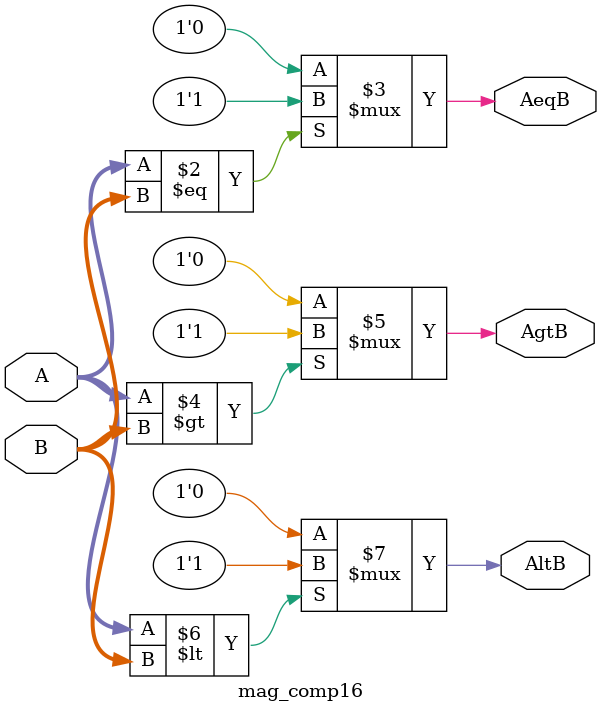
<source format=v>
`timescale 1ns / 1ps


module mag_comp16(input [15:0] A,
                  input [15:0] B,
                  output reg AeqB, AgtB, AltB);// AgtB=(A>B) and AltB=(A<B) and AeqB=(A==B)

    always @(A,B) begin
      AeqB <= (A == B)?1'b1:1'b0;
      AgtB <= (A > B)?1'b1:1'b0;
      AltB <= (A < B)?1'b1:1'b0;
    end
endmodule

</source>
